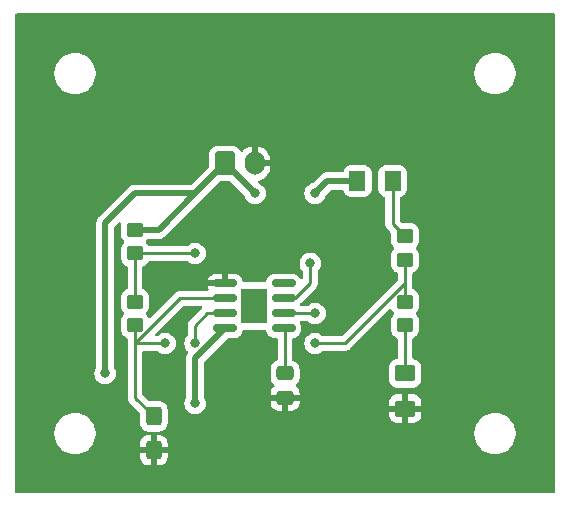
<source format=gbr>
%TF.GenerationSoftware,KiCad,Pcbnew,7.0.8*%
%TF.CreationDate,2023-10-10T13:31:09-07:00*%
%TF.ProjectId,Lab2_555Timer,4c616232-5f35-4353-9554-696d65722e6b,rev?*%
%TF.SameCoordinates,Original*%
%TF.FileFunction,Copper,L1,Top*%
%TF.FilePolarity,Positive*%
%FSLAX46Y46*%
G04 Gerber Fmt 4.6, Leading zero omitted, Abs format (unit mm)*
G04 Created by KiCad (PCBNEW 7.0.8) date 2023-10-10 13:31:09*
%MOMM*%
%LPD*%
G01*
G04 APERTURE LIST*
G04 Aperture macros list*
%AMRoundRect*
0 Rectangle with rounded corners*
0 $1 Rounding radius*
0 $2 $3 $4 $5 $6 $7 $8 $9 X,Y pos of 4 corners*
0 Add a 4 corners polygon primitive as box body*
4,1,4,$2,$3,$4,$5,$6,$7,$8,$9,$2,$3,0*
0 Add four circle primitives for the rounded corners*
1,1,$1+$1,$2,$3*
1,1,$1+$1,$4,$5*
1,1,$1+$1,$6,$7*
1,1,$1+$1,$8,$9*
0 Add four rect primitives between the rounded corners*
20,1,$1+$1,$2,$3,$4,$5,0*
20,1,$1+$1,$4,$5,$6,$7,0*
20,1,$1+$1,$6,$7,$8,$9,0*
20,1,$1+$1,$8,$9,$2,$3,0*%
G04 Aperture macros list end*
%TA.AperFunction,SMDPad,CuDef*%
%ADD10RoundRect,0.250001X0.624999X-0.462499X0.624999X0.462499X-0.624999X0.462499X-0.624999X-0.462499X0*%
%TD*%
%TA.AperFunction,SMDPad,CuDef*%
%ADD11RoundRect,0.250000X-0.475000X0.337500X-0.475000X-0.337500X0.475000X-0.337500X0.475000X0.337500X0*%
%TD*%
%TA.AperFunction,SMDPad,CuDef*%
%ADD12RoundRect,0.250000X-0.450000X0.350000X-0.450000X-0.350000X0.450000X-0.350000X0.450000X0.350000X0*%
%TD*%
%TA.AperFunction,SMDPad,CuDef*%
%ADD13RoundRect,0.250001X0.462499X0.624999X-0.462499X0.624999X-0.462499X-0.624999X0.462499X-0.624999X0*%
%TD*%
%TA.AperFunction,SMDPad,CuDef*%
%ADD14RoundRect,0.250000X-0.425000X0.537500X-0.425000X-0.537500X0.425000X-0.537500X0.425000X0.537500X0*%
%TD*%
%TA.AperFunction,SMDPad,CuDef*%
%ADD15RoundRect,0.150000X-0.825000X-0.150000X0.825000X-0.150000X0.825000X0.150000X-0.825000X0.150000X0*%
%TD*%
%TA.AperFunction,SMDPad,CuDef*%
%ADD16R,2.290000X3.000000*%
%TD*%
%TA.AperFunction,ComponentPad*%
%ADD17RoundRect,0.250000X-0.600000X-0.750000X0.600000X-0.750000X0.600000X0.750000X-0.600000X0.750000X0*%
%TD*%
%TA.AperFunction,ComponentPad*%
%ADD18O,1.700000X2.000000*%
%TD*%
%TA.AperFunction,ViaPad*%
%ADD19C,0.800000*%
%TD*%
%TA.AperFunction,Conductor*%
%ADD20C,0.250000*%
%TD*%
%TA.AperFunction,Conductor*%
%ADD21C,0.500000*%
%TD*%
G04 APERTURE END LIST*
D10*
%TO.P,D2,1,K*%
%TO.N,GND*%
X83820000Y-69015000D03*
%TO.P,D2,2,A*%
%TO.N,Net-(D2-A)*%
X83820000Y-66040000D03*
%TD*%
D11*
%TO.P,C2,1*%
%TO.N,Net-(U1-CV)*%
X73660000Y-66040000D03*
%TO.P,C2,2*%
%TO.N,GND*%
X73660000Y-68115000D03*
%TD*%
D12*
%TO.P,R4,1*%
%TO.N,/pin_3*%
X83820000Y-59960000D03*
%TO.P,R4,2*%
%TO.N,Net-(D2-A)*%
X83820000Y-61960000D03*
%TD*%
D13*
%TO.P,D1,1,K*%
%TO.N,Net-(D1-K)*%
X82767500Y-49747500D03*
%TO.P,D1,2,A*%
%TO.N,+9V*%
X79792500Y-49747500D03*
%TD*%
D12*
%TO.P,R3,1*%
%TO.N,Net-(D1-K)*%
X83820000Y-54410000D03*
%TO.P,R3,2*%
%TO.N,/pin_3*%
X83820000Y-56410000D03*
%TD*%
%TO.P,R2,1*%
%TO.N,/pin_7*%
X60960000Y-59960000D03*
%TO.P,R2,2*%
%TO.N,/pin_2*%
X60960000Y-61960000D03*
%TD*%
D14*
%TO.P,C1,1*%
%TO.N,/pin_2*%
X62534800Y-69667400D03*
%TO.P,C1,2*%
%TO.N,GND*%
X62534800Y-72542400D03*
%TD*%
D12*
%TO.P,R1,1*%
%TO.N,+9V*%
X60960000Y-53880000D03*
%TO.P,R1,2*%
%TO.N,/pin_7*%
X60960000Y-55880000D03*
%TD*%
D15*
%TO.P,U1,1,GND*%
%TO.N,GND*%
X68580000Y-58420000D03*
%TO.P,U1,2,TR*%
%TO.N,/pin_2*%
X68580000Y-59690000D03*
%TO.P,U1,3,Q*%
%TO.N,/pin_3*%
X68580000Y-60960000D03*
%TO.P,U1,4,R*%
%TO.N,+9V*%
X68580000Y-62230000D03*
%TO.P,U1,5,CV*%
%TO.N,Net-(U1-CV)*%
X73530000Y-62230000D03*
%TO.P,U1,6,THR*%
%TO.N,/pin_2*%
X73530000Y-60960000D03*
%TO.P,U1,7,DIS*%
%TO.N,/pin_7*%
X73530000Y-59690000D03*
%TO.P,U1,8,VCC*%
%TO.N,+9V*%
X73530000Y-58420000D03*
D16*
%TO.P,U1,9*%
%TO.N,N/C*%
X71055000Y-60325000D03*
%TD*%
D17*
%TO.P,J1,1,Pin_1*%
%TO.N,+9V*%
X68580000Y-48260000D03*
D18*
%TO.P,J1,2,Pin_2*%
%TO.N,GND*%
X71080000Y-48260000D03*
%TD*%
D19*
%TO.N,/pin_2*%
X63500000Y-63500000D03*
X76200000Y-60960000D03*
%TO.N,+9V*%
X66040000Y-68580000D03*
X58420000Y-66040000D03*
X71120000Y-50800000D03*
X76200000Y-50800000D03*
%TO.N,/pin_7*%
X66040000Y-55880000D03*
X75793600Y-56718200D03*
%TO.N,/pin_3*%
X66040000Y-63500000D03*
X76200000Y-63500000D03*
%TD*%
D20*
%TO.N,/pin_2*%
X60960000Y-63500000D02*
X60960000Y-68092600D01*
X64770000Y-59690000D02*
X68580000Y-59690000D01*
X60960000Y-68092600D02*
X62534800Y-69667400D01*
X60960000Y-63500000D02*
X63500000Y-63500000D01*
X73530000Y-60960000D02*
X76200000Y-60960000D01*
X60960000Y-63500000D02*
X64770000Y-59690000D01*
X60960000Y-61960000D02*
X60960000Y-63500000D01*
%TO.N,Net-(U1-CV)*%
X73660000Y-66040000D02*
X73660000Y-62360000D01*
X73660000Y-62360000D02*
X73530000Y-62230000D01*
%TO.N,Net-(D1-K)*%
X82767500Y-49747500D02*
X82767500Y-53357500D01*
X82767500Y-53357500D02*
X83820000Y-54410000D01*
D21*
%TO.N,+9V*%
X58420000Y-53340000D02*
X60960000Y-50800000D01*
X62960000Y-53880000D02*
X66040000Y-50800000D01*
X77252500Y-49747500D02*
X76200000Y-50800000D01*
X60960000Y-50800000D02*
X66040000Y-50800000D01*
X66040000Y-50800000D02*
X68580000Y-48260000D01*
X66040000Y-64770000D02*
X66040000Y-68580000D01*
X60960000Y-53880000D02*
X62960000Y-53880000D01*
X68580000Y-62230000D02*
X66040000Y-64770000D01*
X71120000Y-50800000D02*
X68580000Y-48260000D01*
X79792500Y-49747500D02*
X77252500Y-49747500D01*
X58420000Y-66040000D02*
X58420000Y-53340000D01*
D20*
%TO.N,Net-(D2-A)*%
X83820000Y-61960000D02*
X83820000Y-66040000D01*
%TO.N,/pin_7*%
X75793600Y-56718200D02*
X75793600Y-58401400D01*
X74505000Y-59690000D02*
X73530000Y-59690000D01*
X66040000Y-55880000D02*
X60960000Y-55880000D01*
X75793600Y-58401400D02*
X74505000Y-59690000D01*
X60960000Y-55880000D02*
X60960000Y-59960000D01*
%TO.N,/pin_3*%
X83820000Y-56410000D02*
X83820000Y-58420000D01*
X67081400Y-60960000D02*
X68580000Y-60960000D01*
X66040000Y-62001400D02*
X67081400Y-60960000D01*
X66040000Y-63500000D02*
X66040000Y-62001400D01*
X83820000Y-58420000D02*
X78740000Y-63500000D01*
X78740000Y-63500000D02*
X76200000Y-63500000D01*
X83820000Y-58420000D02*
X83820000Y-59960000D01*
%TD*%
%TA.AperFunction,Conductor*%
%TO.N,GND*%
G36*
X96462539Y-35580185D02*
G01*
X96508294Y-35632989D01*
X96519500Y-35684500D01*
X96519500Y-76075500D01*
X96499815Y-76142539D01*
X96447011Y-76188294D01*
X96395500Y-76199500D01*
X50924500Y-76199500D01*
X50857461Y-76179815D01*
X50811706Y-76127011D01*
X50800500Y-76075500D01*
X50800500Y-71251187D01*
X54129500Y-71251187D01*
X54149794Y-71385823D01*
X54168604Y-71510615D01*
X54168605Y-71510617D01*
X54168606Y-71510623D01*
X54245938Y-71761326D01*
X54359767Y-71997696D01*
X54359768Y-71997697D01*
X54359770Y-71997700D01*
X54359772Y-71997704D01*
X54507567Y-72214479D01*
X54686014Y-72406801D01*
X54686018Y-72406804D01*
X54686019Y-72406805D01*
X54891143Y-72570386D01*
X55118357Y-72701568D01*
X55362584Y-72797420D01*
X55618370Y-72855802D01*
X55618376Y-72855802D01*
X55618379Y-72855803D01*
X55814500Y-72870500D01*
X55814506Y-72870500D01*
X55945500Y-72870500D01*
X56141620Y-72855803D01*
X56141622Y-72855802D01*
X56141630Y-72855802D01*
X56397416Y-72797420D01*
X56410207Y-72792400D01*
X61359801Y-72792400D01*
X61359801Y-73129886D01*
X61370294Y-73232597D01*
X61425441Y-73399019D01*
X61425443Y-73399024D01*
X61517484Y-73548245D01*
X61641454Y-73672215D01*
X61790675Y-73764256D01*
X61790680Y-73764258D01*
X61957102Y-73819405D01*
X61957109Y-73819406D01*
X62059819Y-73829899D01*
X62284799Y-73829899D01*
X62284800Y-73829898D01*
X62284800Y-72792400D01*
X62784800Y-72792400D01*
X62784800Y-73829899D01*
X63009772Y-73829899D01*
X63009786Y-73829898D01*
X63112497Y-73819405D01*
X63278919Y-73764258D01*
X63278924Y-73764256D01*
X63428145Y-73672215D01*
X63552115Y-73548245D01*
X63644156Y-73399024D01*
X63644158Y-73399019D01*
X63699305Y-73232597D01*
X63699306Y-73232590D01*
X63709799Y-73129886D01*
X63709800Y-73129873D01*
X63709800Y-72792400D01*
X62784800Y-72792400D01*
X62284800Y-72792400D01*
X61359801Y-72792400D01*
X56410207Y-72792400D01*
X56641643Y-72701568D01*
X56868857Y-72570386D01*
X57073981Y-72406805D01*
X57180133Y-72292400D01*
X61359800Y-72292400D01*
X62284800Y-72292400D01*
X62284800Y-71254900D01*
X62784800Y-71254900D01*
X62784800Y-72292400D01*
X63709799Y-72292400D01*
X63709799Y-71954928D01*
X63709798Y-71954913D01*
X63699305Y-71852202D01*
X63644158Y-71685780D01*
X63644156Y-71685775D01*
X63552115Y-71536554D01*
X63428145Y-71412584D01*
X63278924Y-71320543D01*
X63278919Y-71320541D01*
X63112497Y-71265394D01*
X63112490Y-71265393D01*
X63009786Y-71254900D01*
X62784800Y-71254900D01*
X62284800Y-71254900D01*
X62059829Y-71254900D01*
X62059812Y-71254901D01*
X61957102Y-71265394D01*
X61790680Y-71320541D01*
X61790675Y-71320543D01*
X61641454Y-71412584D01*
X61517484Y-71536554D01*
X61425443Y-71685775D01*
X61425441Y-71685780D01*
X61370294Y-71852202D01*
X61370293Y-71852209D01*
X61359800Y-71954913D01*
X61359800Y-72292400D01*
X57180133Y-72292400D01*
X57252433Y-72214479D01*
X57400228Y-71997704D01*
X57514063Y-71761323D01*
X57591396Y-71510615D01*
X57630499Y-71251187D01*
X89689500Y-71251187D01*
X89709794Y-71385823D01*
X89728604Y-71510615D01*
X89728605Y-71510617D01*
X89728606Y-71510623D01*
X89805938Y-71761326D01*
X89919767Y-71997696D01*
X89919768Y-71997697D01*
X89919770Y-71997700D01*
X89919772Y-71997704D01*
X90067567Y-72214479D01*
X90246014Y-72406801D01*
X90246018Y-72406804D01*
X90246019Y-72406805D01*
X90451143Y-72570386D01*
X90678357Y-72701568D01*
X90922584Y-72797420D01*
X91178370Y-72855802D01*
X91178376Y-72855802D01*
X91178379Y-72855803D01*
X91374500Y-72870500D01*
X91374506Y-72870500D01*
X91505500Y-72870500D01*
X91701620Y-72855803D01*
X91701622Y-72855802D01*
X91701630Y-72855802D01*
X91957416Y-72797420D01*
X92201643Y-72701568D01*
X92428857Y-72570386D01*
X92633981Y-72406805D01*
X92812433Y-72214479D01*
X92960228Y-71997704D01*
X93074063Y-71761323D01*
X93151396Y-71510615D01*
X93190500Y-71251182D01*
X93190500Y-70988818D01*
X93151396Y-70729385D01*
X93074063Y-70478677D01*
X93015801Y-70357695D01*
X92960232Y-70242303D01*
X92960231Y-70242302D01*
X92960230Y-70242301D01*
X92960228Y-70242296D01*
X92812433Y-70025521D01*
X92738504Y-69945844D01*
X92633985Y-69833198D01*
X92588115Y-69796618D01*
X92428857Y-69669614D01*
X92201643Y-69538432D01*
X91957416Y-69442580D01*
X91957411Y-69442578D01*
X91957402Y-69442576D01*
X91739818Y-69392914D01*
X91701630Y-69384198D01*
X91701629Y-69384197D01*
X91701625Y-69384197D01*
X91701620Y-69384196D01*
X91505500Y-69369500D01*
X91505494Y-69369500D01*
X91374506Y-69369500D01*
X91374500Y-69369500D01*
X91178379Y-69384196D01*
X91178374Y-69384197D01*
X90922597Y-69442576D01*
X90922578Y-69442582D01*
X90678356Y-69538432D01*
X90451143Y-69669614D01*
X90246014Y-69833198D01*
X90067567Y-70025520D01*
X89919768Y-70242302D01*
X89919767Y-70242303D01*
X89805938Y-70478673D01*
X89728606Y-70729376D01*
X89728605Y-70729381D01*
X89728604Y-70729385D01*
X89718321Y-70797610D01*
X89689500Y-70988812D01*
X89689500Y-71251187D01*
X57630499Y-71251187D01*
X57630500Y-71251182D01*
X57630500Y-70988818D01*
X57591396Y-70729385D01*
X57514063Y-70478677D01*
X57455801Y-70357695D01*
X57400232Y-70242303D01*
X57400231Y-70242302D01*
X57400230Y-70242301D01*
X57400228Y-70242296D01*
X57252433Y-70025521D01*
X57178504Y-69945844D01*
X57073985Y-69833198D01*
X57028115Y-69796618D01*
X56868857Y-69669614D01*
X56641643Y-69538432D01*
X56397416Y-69442580D01*
X56397411Y-69442578D01*
X56397402Y-69442576D01*
X56179818Y-69392914D01*
X56141630Y-69384198D01*
X56141629Y-69384197D01*
X56141625Y-69384197D01*
X56141620Y-69384196D01*
X55945500Y-69369500D01*
X55945494Y-69369500D01*
X55814506Y-69369500D01*
X55814500Y-69369500D01*
X55618379Y-69384196D01*
X55618374Y-69384197D01*
X55362597Y-69442576D01*
X55362578Y-69442582D01*
X55118356Y-69538432D01*
X54891143Y-69669614D01*
X54686014Y-69833198D01*
X54507567Y-70025520D01*
X54359768Y-70242302D01*
X54359767Y-70242303D01*
X54245938Y-70478673D01*
X54168606Y-70729376D01*
X54168605Y-70729381D01*
X54168604Y-70729385D01*
X54158321Y-70797610D01*
X54129500Y-70988812D01*
X54129500Y-71251187D01*
X50800500Y-71251187D01*
X50800500Y-66040000D01*
X57514540Y-66040000D01*
X57534326Y-66228256D01*
X57534327Y-66228259D01*
X57592818Y-66408277D01*
X57592821Y-66408284D01*
X57687467Y-66572216D01*
X57762272Y-66655295D01*
X57814129Y-66712888D01*
X57967265Y-66824148D01*
X57967270Y-66824151D01*
X58140192Y-66901142D01*
X58140197Y-66901144D01*
X58325354Y-66940500D01*
X58325355Y-66940500D01*
X58514644Y-66940500D01*
X58514646Y-66940500D01*
X58699803Y-66901144D01*
X58872730Y-66824151D01*
X59025871Y-66712888D01*
X59152533Y-66572216D01*
X59247179Y-66408284D01*
X59305674Y-66228256D01*
X59325460Y-66040000D01*
X59305674Y-65851744D01*
X59247179Y-65671716D01*
X59187113Y-65567677D01*
X59170500Y-65505677D01*
X59170500Y-53702229D01*
X59190185Y-53635190D01*
X59206819Y-53614548D01*
X59365243Y-53456124D01*
X59561959Y-53259407D01*
X59623280Y-53225924D01*
X59692971Y-53230908D01*
X59748905Y-53272779D01*
X59773322Y-53338244D01*
X59770890Y-53373049D01*
X59770001Y-53377199D01*
X59759500Y-53479983D01*
X59759500Y-54280001D01*
X59759501Y-54280019D01*
X59770000Y-54382796D01*
X59770001Y-54382799D01*
X59798310Y-54468229D01*
X59825186Y-54549334D01*
X59917287Y-54698655D01*
X59917289Y-54698657D01*
X60010951Y-54792319D01*
X60044436Y-54853642D01*
X60039452Y-54923334D01*
X60010951Y-54967681D01*
X59917289Y-55061342D01*
X59825187Y-55210663D01*
X59825185Y-55210668D01*
X59819224Y-55228657D01*
X59770001Y-55377203D01*
X59770001Y-55377204D01*
X59770000Y-55377204D01*
X59759500Y-55479983D01*
X59759500Y-56280001D01*
X59759501Y-56280019D01*
X59770000Y-56382796D01*
X59770001Y-56382799D01*
X59825185Y-56549331D01*
X59825187Y-56549336D01*
X59860069Y-56605888D01*
X59917288Y-56698656D01*
X60041344Y-56822712D01*
X60190666Y-56914814D01*
X60190668Y-56914815D01*
X60211110Y-56921588D01*
X60249502Y-56934310D01*
X60306947Y-56974081D01*
X60333772Y-57038596D01*
X60334500Y-57052016D01*
X60334500Y-58787983D01*
X60314815Y-58855022D01*
X60262011Y-58900777D01*
X60249510Y-58905686D01*
X60190666Y-58925186D01*
X60190663Y-58925187D01*
X60041342Y-59017289D01*
X59917289Y-59141342D01*
X59825187Y-59290663D01*
X59825186Y-59290666D01*
X59770001Y-59457203D01*
X59770001Y-59457204D01*
X59770000Y-59457204D01*
X59759500Y-59559983D01*
X59759500Y-60360001D01*
X59759501Y-60360019D01*
X59770000Y-60462796D01*
X59770001Y-60462799D01*
X59823005Y-60622752D01*
X59825186Y-60629334D01*
X59913022Y-60771740D01*
X59917289Y-60778657D01*
X60010951Y-60872319D01*
X60044436Y-60933642D01*
X60039452Y-61003334D01*
X60010951Y-61047681D01*
X59917289Y-61141342D01*
X59825187Y-61290663D01*
X59825185Y-61290668D01*
X59811910Y-61330731D01*
X59770001Y-61457203D01*
X59770001Y-61457204D01*
X59770000Y-61457204D01*
X59759500Y-61559983D01*
X59759500Y-62360001D01*
X59759501Y-62360019D01*
X59770000Y-62462796D01*
X59770001Y-62462799D01*
X59825185Y-62629331D01*
X59825187Y-62629336D01*
X59849835Y-62669297D01*
X59917288Y-62778656D01*
X60041344Y-62902712D01*
X60169478Y-62981745D01*
X60190668Y-62994815D01*
X60211110Y-63001588D01*
X60249502Y-63014310D01*
X60306947Y-63054081D01*
X60333772Y-63118596D01*
X60334500Y-63132016D01*
X60334500Y-63429152D01*
X60332304Y-63452384D01*
X60330773Y-63460410D01*
X60330283Y-63468197D01*
X60330001Y-63468179D01*
X60329802Y-63472396D01*
X60330085Y-63472405D01*
X60329840Y-63480196D01*
X60334225Y-63526582D01*
X60334500Y-63532421D01*
X60334500Y-68009855D01*
X60332775Y-68025472D01*
X60333061Y-68025499D01*
X60332326Y-68033265D01*
X60334500Y-68102414D01*
X60334500Y-68131943D01*
X60334501Y-68131960D01*
X60335368Y-68138831D01*
X60335826Y-68144650D01*
X60337290Y-68191224D01*
X60337291Y-68191227D01*
X60342880Y-68210467D01*
X60346824Y-68229511D01*
X60349336Y-68249391D01*
X60366490Y-68292719D01*
X60368382Y-68298247D01*
X60381381Y-68342988D01*
X60391580Y-68360234D01*
X60400138Y-68377703D01*
X60407514Y-68396332D01*
X60434898Y-68434023D01*
X60438106Y-68438907D01*
X60461827Y-68479016D01*
X60461833Y-68479024D01*
X60475990Y-68493180D01*
X60488628Y-68507976D01*
X60500405Y-68524186D01*
X60500406Y-68524187D01*
X60536309Y-68553888D01*
X60540620Y-68557810D01*
X60959910Y-68977100D01*
X61322981Y-69340171D01*
X61356466Y-69401494D01*
X61359300Y-69427852D01*
X61359300Y-70254901D01*
X61359301Y-70254919D01*
X61369800Y-70357696D01*
X61369801Y-70357699D01*
X61409890Y-70478677D01*
X61424986Y-70524234D01*
X61517088Y-70673556D01*
X61641144Y-70797612D01*
X61790466Y-70889714D01*
X61957003Y-70944899D01*
X62059791Y-70955400D01*
X63009808Y-70955399D01*
X63009816Y-70955398D01*
X63009819Y-70955398D01*
X63066102Y-70949648D01*
X63112597Y-70944899D01*
X63279134Y-70889714D01*
X63428456Y-70797612D01*
X63552512Y-70673556D01*
X63644614Y-70524234D01*
X63699799Y-70357697D01*
X63710300Y-70254909D01*
X63710299Y-69079892D01*
X63699799Y-68977103D01*
X63644614Y-68810566D01*
X63552512Y-68661244D01*
X63428456Y-68537188D01*
X63279134Y-68445086D01*
X63112597Y-68389901D01*
X63112595Y-68389900D01*
X63009816Y-68379400D01*
X63009809Y-68379400D01*
X62182753Y-68379400D01*
X62115714Y-68359715D01*
X62095072Y-68343081D01*
X61621819Y-67869828D01*
X61588334Y-67808505D01*
X61585500Y-67782147D01*
X61585500Y-64249500D01*
X61605185Y-64182461D01*
X61657989Y-64136706D01*
X61709500Y-64125500D01*
X62796252Y-64125500D01*
X62863291Y-64145185D01*
X62888400Y-64166526D01*
X62894126Y-64172885D01*
X62894130Y-64172889D01*
X63047265Y-64284148D01*
X63047270Y-64284151D01*
X63220192Y-64361142D01*
X63220197Y-64361144D01*
X63405354Y-64400500D01*
X63405355Y-64400500D01*
X63594644Y-64400500D01*
X63594646Y-64400500D01*
X63779803Y-64361144D01*
X63952730Y-64284151D01*
X64105871Y-64172888D01*
X64232533Y-64032216D01*
X64327179Y-63868284D01*
X64385674Y-63688256D01*
X64405460Y-63500000D01*
X64385674Y-63311744D01*
X64331112Y-63143823D01*
X64327181Y-63131722D01*
X64327180Y-63131721D01*
X64327179Y-63131716D01*
X64232533Y-62967784D01*
X64105871Y-62827112D01*
X64105870Y-62827111D01*
X63952734Y-62715851D01*
X63952729Y-62715848D01*
X63779807Y-62638857D01*
X63779802Y-62638855D01*
X63620338Y-62604961D01*
X63594646Y-62599500D01*
X63405354Y-62599500D01*
X63379662Y-62604961D01*
X63220197Y-62638855D01*
X63220192Y-62638857D01*
X63047270Y-62715848D01*
X63047265Y-62715851D01*
X62894130Y-62827110D01*
X62894126Y-62827114D01*
X62888400Y-62833474D01*
X62828913Y-62870121D01*
X62796252Y-62874500D01*
X62769452Y-62874500D01*
X62702413Y-62854815D01*
X62656658Y-62802011D01*
X62646714Y-62732853D01*
X62675739Y-62669297D01*
X62681771Y-62662819D01*
X64992771Y-60351819D01*
X65054094Y-60318334D01*
X65080452Y-60315500D01*
X66539267Y-60315500D01*
X66606306Y-60335185D01*
X66652061Y-60387989D01*
X66662005Y-60457147D01*
X66634807Y-60518544D01*
X66620108Y-60536311D01*
X66616177Y-60540632D01*
X65656208Y-61500599D01*
X65643951Y-61510420D01*
X65644134Y-61510641D01*
X65638123Y-61515613D01*
X65590772Y-61566036D01*
X65569889Y-61586919D01*
X65569877Y-61586932D01*
X65565621Y-61592417D01*
X65561837Y-61596847D01*
X65529937Y-61630818D01*
X65529936Y-61630820D01*
X65520284Y-61648376D01*
X65509610Y-61664626D01*
X65497329Y-61680461D01*
X65497324Y-61680468D01*
X65478815Y-61723238D01*
X65476245Y-61728484D01*
X65453803Y-61769306D01*
X65448822Y-61788707D01*
X65442521Y-61807110D01*
X65434562Y-61825502D01*
X65434561Y-61825505D01*
X65427271Y-61871527D01*
X65426087Y-61877246D01*
X65414501Y-61922372D01*
X65414500Y-61922382D01*
X65414500Y-61942416D01*
X65412973Y-61961815D01*
X65409840Y-61981594D01*
X65409840Y-61981595D01*
X65414225Y-62027983D01*
X65414500Y-62033821D01*
X65414500Y-62801312D01*
X65394815Y-62868351D01*
X65382650Y-62884284D01*
X65307466Y-62967784D01*
X65212821Y-63131715D01*
X65212818Y-63131722D01*
X65154327Y-63311740D01*
X65154326Y-63311744D01*
X65134540Y-63500000D01*
X65154326Y-63688256D01*
X65154327Y-63688259D01*
X65212818Y-63868277D01*
X65212821Y-63868284D01*
X65307467Y-64032216D01*
X65390265Y-64124172D01*
X65427843Y-64165907D01*
X65458073Y-64228898D01*
X65449448Y-64298234D01*
X65430684Y-64328582D01*
X65408698Y-64354785D01*
X65404729Y-64360819D01*
X65404682Y-64360788D01*
X65400630Y-64367147D01*
X65400679Y-64367177D01*
X65396889Y-64373321D01*
X65364424Y-64442941D01*
X65329960Y-64511566D01*
X65327488Y-64518357D01*
X65327432Y-64518336D01*
X65324960Y-64525450D01*
X65325015Y-64525469D01*
X65322742Y-64532327D01*
X65314975Y-64569946D01*
X65307207Y-64607565D01*
X65294001Y-64663284D01*
X65289498Y-64682286D01*
X65288661Y-64689454D01*
X65288601Y-64689447D01*
X65287835Y-64696945D01*
X65287895Y-64696951D01*
X65287265Y-64704140D01*
X65289500Y-64780916D01*
X65289500Y-68045677D01*
X65272887Y-68107677D01*
X65212821Y-68211714D01*
X65158888Y-68377703D01*
X65154326Y-68391744D01*
X65134540Y-68580000D01*
X65154326Y-68768256D01*
X65154327Y-68768259D01*
X65212818Y-68948277D01*
X65212821Y-68948284D01*
X65307467Y-69112216D01*
X65434129Y-69252888D01*
X65587265Y-69364148D01*
X65587270Y-69364151D01*
X65760192Y-69441142D01*
X65760197Y-69441144D01*
X65945354Y-69480500D01*
X65945355Y-69480500D01*
X66134644Y-69480500D01*
X66134646Y-69480500D01*
X66319803Y-69441144D01*
X66492730Y-69364151D01*
X66629200Y-69265000D01*
X82445000Y-69265000D01*
X82445000Y-69527485D01*
X82455493Y-69630189D01*
X82455494Y-69630196D01*
X82510641Y-69796618D01*
X82510643Y-69796623D01*
X82602684Y-69945844D01*
X82726655Y-70069815D01*
X82875876Y-70161856D01*
X82875881Y-70161858D01*
X83042303Y-70217005D01*
X83042310Y-70217006D01*
X83145014Y-70227499D01*
X83145027Y-70227500D01*
X83570000Y-70227500D01*
X83570000Y-69265000D01*
X84070000Y-69265000D01*
X84070000Y-70227500D01*
X84494973Y-70227500D01*
X84494985Y-70227499D01*
X84597689Y-70217006D01*
X84597696Y-70217005D01*
X84764118Y-70161858D01*
X84764123Y-70161856D01*
X84913344Y-70069815D01*
X85037315Y-69945844D01*
X85129356Y-69796623D01*
X85129358Y-69796618D01*
X85184505Y-69630196D01*
X85184506Y-69630189D01*
X85194999Y-69527485D01*
X85195000Y-69527472D01*
X85195000Y-69265000D01*
X84070000Y-69265000D01*
X83570000Y-69265000D01*
X82445000Y-69265000D01*
X66629200Y-69265000D01*
X66645871Y-69252888D01*
X66772533Y-69112216D01*
X66867179Y-68948284D01*
X66925674Y-68768256D01*
X66945460Y-68580000D01*
X66925674Y-68391744D01*
X66916984Y-68365000D01*
X72435001Y-68365000D01*
X72435001Y-68502486D01*
X72445494Y-68605197D01*
X72500641Y-68771619D01*
X72500643Y-68771624D01*
X72592684Y-68920845D01*
X72716654Y-69044815D01*
X72865875Y-69136856D01*
X72865880Y-69136858D01*
X73032302Y-69192005D01*
X73032309Y-69192006D01*
X73135019Y-69202499D01*
X73409999Y-69202499D01*
X73410000Y-69202498D01*
X73410000Y-68365000D01*
X73910000Y-68365000D01*
X73910000Y-69202499D01*
X74184972Y-69202499D01*
X74184986Y-69202498D01*
X74287697Y-69192005D01*
X74454119Y-69136858D01*
X74454124Y-69136856D01*
X74603345Y-69044815D01*
X74727315Y-68920845D01*
X74819356Y-68771624D01*
X74819358Y-68771619D01*
X74821551Y-68765000D01*
X82445000Y-68765000D01*
X83570000Y-68765000D01*
X83570000Y-67802500D01*
X84070000Y-67802500D01*
X84070000Y-68765000D01*
X85195000Y-68765000D01*
X85195000Y-68502527D01*
X85194999Y-68502514D01*
X85184506Y-68399810D01*
X85184505Y-68399803D01*
X85129358Y-68233381D01*
X85129356Y-68233376D01*
X85037315Y-68084155D01*
X84913344Y-67960184D01*
X84764123Y-67868143D01*
X84764118Y-67868141D01*
X84597696Y-67812994D01*
X84597689Y-67812993D01*
X84494985Y-67802500D01*
X84070000Y-67802500D01*
X83570000Y-67802500D01*
X83145014Y-67802500D01*
X83042310Y-67812993D01*
X83042303Y-67812994D01*
X82875881Y-67868141D01*
X82875876Y-67868143D01*
X82726655Y-67960184D01*
X82602684Y-68084155D01*
X82510643Y-68233376D01*
X82510641Y-68233381D01*
X82455494Y-68399803D01*
X82455493Y-68399810D01*
X82445000Y-68502514D01*
X82445000Y-68765000D01*
X74821551Y-68765000D01*
X74874505Y-68605197D01*
X74874506Y-68605190D01*
X74884999Y-68502486D01*
X74885000Y-68502473D01*
X74885000Y-68365000D01*
X73910000Y-68365000D01*
X73410000Y-68365000D01*
X72435001Y-68365000D01*
X66916984Y-68365000D01*
X66867179Y-68211716D01*
X66826773Y-68141730D01*
X66807113Y-68107677D01*
X66790500Y-68045677D01*
X66790500Y-65132229D01*
X66810185Y-65065190D01*
X66826819Y-65044548D01*
X68804548Y-63066819D01*
X68865871Y-63033334D01*
X68892229Y-63030500D01*
X69470696Y-63030500D01*
X69489131Y-63029049D01*
X69507569Y-63027598D01*
X69507571Y-63027597D01*
X69507573Y-63027597D01*
X69553310Y-63014309D01*
X69665398Y-62981744D01*
X69806865Y-62898081D01*
X69923081Y-62781865D01*
X70006744Y-62640398D01*
X70052598Y-62482569D01*
X70055500Y-62445694D01*
X70055541Y-62444643D01*
X70077836Y-62378426D01*
X70132391Y-62334774D01*
X70179446Y-62325499D01*
X71930554Y-62325499D01*
X71997593Y-62345184D01*
X72043348Y-62397988D01*
X72054459Y-62444643D01*
X72054500Y-62445700D01*
X72057401Y-62482566D01*
X72057402Y-62482573D01*
X72103254Y-62640393D01*
X72103255Y-62640396D01*
X72186917Y-62781862D01*
X72186923Y-62781870D01*
X72303129Y-62898076D01*
X72303133Y-62898079D01*
X72303135Y-62898081D01*
X72444602Y-62981744D01*
X72486224Y-62993836D01*
X72602426Y-63027597D01*
X72602429Y-63027597D01*
X72602431Y-63027598D01*
X72614722Y-63028565D01*
X72639304Y-63030500D01*
X72639306Y-63030500D01*
X72910500Y-63030500D01*
X72977539Y-63050185D01*
X73023294Y-63102989D01*
X73034500Y-63154500D01*
X73034500Y-64872199D01*
X73014815Y-64939238D01*
X72962011Y-64984993D01*
X72949507Y-64989903D01*
X72916962Y-65000688D01*
X72865668Y-65017685D01*
X72865663Y-65017687D01*
X72716342Y-65109789D01*
X72592289Y-65233842D01*
X72500187Y-65383163D01*
X72500185Y-65383168D01*
X72472349Y-65467170D01*
X72445001Y-65549703D01*
X72445001Y-65549704D01*
X72445000Y-65549704D01*
X72434500Y-65652483D01*
X72434500Y-66427501D01*
X72434501Y-66427519D01*
X72445000Y-66530296D01*
X72445001Y-66530299D01*
X72486422Y-66655297D01*
X72500186Y-66696834D01*
X72592288Y-66846156D01*
X72716344Y-66970212D01*
X72717873Y-66971155D01*
X72719653Y-66972253D01*
X72721445Y-66974246D01*
X72722011Y-66974693D01*
X72721934Y-66974789D01*
X72766379Y-67024199D01*
X72777603Y-67093161D01*
X72749761Y-67157244D01*
X72719665Y-67183326D01*
X72716660Y-67185179D01*
X72716655Y-67185183D01*
X72592684Y-67309154D01*
X72500643Y-67458375D01*
X72500641Y-67458380D01*
X72445494Y-67624802D01*
X72445493Y-67624809D01*
X72435000Y-67727513D01*
X72435000Y-67865000D01*
X74884999Y-67865000D01*
X74884999Y-67727528D01*
X74884998Y-67727513D01*
X74874505Y-67624802D01*
X74819358Y-67458380D01*
X74819356Y-67458375D01*
X74727315Y-67309154D01*
X74603344Y-67185183D01*
X74603341Y-67185181D01*
X74600339Y-67183329D01*
X74598713Y-67181521D01*
X74597677Y-67180702D01*
X74597817Y-67180524D01*
X74553617Y-67131380D01*
X74542397Y-67062417D01*
X74570243Y-66998336D01*
X74600344Y-66972254D01*
X74603656Y-66970212D01*
X74727712Y-66846156D01*
X74819814Y-66696834D01*
X74874999Y-66530297D01*
X74885500Y-66427509D01*
X74885499Y-65652492D01*
X74874999Y-65549703D01*
X74819814Y-65383166D01*
X74727712Y-65233844D01*
X74603656Y-65109788D01*
X74510888Y-65052569D01*
X74454336Y-65017687D01*
X74454331Y-65017685D01*
X74452082Y-65016939D01*
X74370495Y-64989904D01*
X74313051Y-64950132D01*
X74286228Y-64885616D01*
X74285500Y-64872199D01*
X74285500Y-63500000D01*
X75294540Y-63500000D01*
X75314326Y-63688256D01*
X75314327Y-63688259D01*
X75372818Y-63868277D01*
X75372821Y-63868284D01*
X75467467Y-64032216D01*
X75569185Y-64145185D01*
X75594129Y-64172888D01*
X75747265Y-64284148D01*
X75747270Y-64284151D01*
X75920192Y-64361142D01*
X75920197Y-64361144D01*
X76105354Y-64400500D01*
X76105355Y-64400500D01*
X76294644Y-64400500D01*
X76294646Y-64400500D01*
X76479803Y-64361144D01*
X76652730Y-64284151D01*
X76805871Y-64172888D01*
X76808788Y-64169647D01*
X76811600Y-64166526D01*
X76871087Y-64129879D01*
X76903748Y-64125500D01*
X78657257Y-64125500D01*
X78672877Y-64127224D01*
X78672904Y-64126939D01*
X78680660Y-64127671D01*
X78680667Y-64127673D01*
X78749814Y-64125500D01*
X78779350Y-64125500D01*
X78786228Y-64124630D01*
X78792041Y-64124172D01*
X78838627Y-64122709D01*
X78857869Y-64117117D01*
X78876912Y-64113174D01*
X78896792Y-64110664D01*
X78940122Y-64093507D01*
X78945646Y-64091617D01*
X78949396Y-64090527D01*
X78990390Y-64078618D01*
X79007629Y-64068422D01*
X79025103Y-64059862D01*
X79043727Y-64052488D01*
X79043727Y-64052487D01*
X79043732Y-64052486D01*
X79081449Y-64025082D01*
X79086305Y-64021892D01*
X79126420Y-63998170D01*
X79140589Y-63983999D01*
X79155379Y-63971368D01*
X79171587Y-63959594D01*
X79201299Y-63923676D01*
X79205212Y-63919376D01*
X82501838Y-60622750D01*
X82563159Y-60589267D01*
X82632851Y-60594251D01*
X82688784Y-60636123D01*
X82695056Y-60645336D01*
X82773022Y-60771740D01*
X82777289Y-60778657D01*
X82870951Y-60872319D01*
X82904436Y-60933642D01*
X82899452Y-61003334D01*
X82870951Y-61047681D01*
X82777289Y-61141342D01*
X82685187Y-61290663D01*
X82685185Y-61290668D01*
X82671910Y-61330731D01*
X82630001Y-61457203D01*
X82630001Y-61457204D01*
X82630000Y-61457204D01*
X82619500Y-61559983D01*
X82619500Y-62360001D01*
X82619501Y-62360019D01*
X82630000Y-62462796D01*
X82630001Y-62462799D01*
X82685185Y-62629331D01*
X82685187Y-62629336D01*
X82709835Y-62669297D01*
X82777288Y-62778656D01*
X82901344Y-62902712D01*
X83029478Y-62981745D01*
X83050668Y-62994815D01*
X83071110Y-63001588D01*
X83109502Y-63014310D01*
X83166947Y-63054081D01*
X83193772Y-63118596D01*
X83194500Y-63132016D01*
X83194500Y-64709964D01*
X83174815Y-64777003D01*
X83122011Y-64822758D01*
X83083104Y-64833322D01*
X83042204Y-64837500D01*
X83042203Y-64837501D01*
X82875664Y-64892686D01*
X82875662Y-64892687D01*
X82726348Y-64984786D01*
X82726344Y-64984789D01*
X82602289Y-65108844D01*
X82602286Y-65108848D01*
X82510187Y-65258162D01*
X82510186Y-65258164D01*
X82455001Y-65424703D01*
X82455000Y-65424704D01*
X82444500Y-65527484D01*
X82444500Y-66552515D01*
X82455000Y-66655295D01*
X82455001Y-66655296D01*
X82510186Y-66821835D01*
X82510187Y-66821837D01*
X82602286Y-66971151D01*
X82602289Y-66971155D01*
X82726344Y-67095210D01*
X82726348Y-67095213D01*
X82875662Y-67187312D01*
X82875664Y-67187313D01*
X82875666Y-67187314D01*
X83042203Y-67242499D01*
X83144992Y-67253000D01*
X83144997Y-67253000D01*
X84495003Y-67253000D01*
X84495008Y-67253000D01*
X84597797Y-67242499D01*
X84764334Y-67187314D01*
X84913655Y-67095211D01*
X85037711Y-66971155D01*
X85129814Y-66821834D01*
X85184999Y-66655297D01*
X85195500Y-66552508D01*
X85195500Y-65527492D01*
X85184999Y-65424703D01*
X85129814Y-65258166D01*
X85037711Y-65108845D01*
X84913655Y-64984789D01*
X84913651Y-64984786D01*
X84764337Y-64892687D01*
X84764335Y-64892686D01*
X84681065Y-64865093D01*
X84597797Y-64837501D01*
X84597795Y-64837500D01*
X84556896Y-64833322D01*
X84492205Y-64806925D01*
X84452054Y-64749744D01*
X84445500Y-64709964D01*
X84445500Y-63132016D01*
X84465185Y-63064977D01*
X84517989Y-63019222D01*
X84530488Y-63014313D01*
X84589334Y-62994814D01*
X84738656Y-62902712D01*
X84862712Y-62778656D01*
X84954814Y-62629334D01*
X85009999Y-62462797D01*
X85020500Y-62360009D01*
X85020499Y-61559992D01*
X85009999Y-61457203D01*
X84954814Y-61290666D01*
X84862712Y-61141344D01*
X84769049Y-61047681D01*
X84735564Y-60986358D01*
X84740548Y-60916666D01*
X84769049Y-60872319D01*
X84862712Y-60778656D01*
X84954814Y-60629334D01*
X85009999Y-60462797D01*
X85020500Y-60360009D01*
X85020499Y-59559992D01*
X85009999Y-59457203D01*
X84954814Y-59290666D01*
X84862712Y-59141344D01*
X84738656Y-59017288D01*
X84589334Y-58925186D01*
X84530493Y-58905688D01*
X84473051Y-58865916D01*
X84446228Y-58801400D01*
X84445500Y-58787983D01*
X84445500Y-58478983D01*
X84447027Y-58459582D01*
X84450160Y-58439804D01*
X84445775Y-58393415D01*
X84445500Y-58387577D01*
X84445500Y-57582016D01*
X84465185Y-57514977D01*
X84517989Y-57469222D01*
X84530488Y-57464313D01*
X84589334Y-57444814D01*
X84738656Y-57352712D01*
X84862712Y-57228656D01*
X84954814Y-57079334D01*
X85009999Y-56912797D01*
X85020500Y-56810009D01*
X85020499Y-56009992D01*
X85009999Y-55907203D01*
X84954814Y-55740666D01*
X84862712Y-55591344D01*
X84769049Y-55497681D01*
X84735564Y-55436358D01*
X84740548Y-55366666D01*
X84769049Y-55322319D01*
X84862712Y-55228656D01*
X84954814Y-55079334D01*
X85009999Y-54912797D01*
X85020500Y-54810009D01*
X85020499Y-54009992D01*
X85009999Y-53907203D01*
X84954814Y-53740666D01*
X84862712Y-53591344D01*
X84738656Y-53467288D01*
X84635613Y-53403731D01*
X84589336Y-53375187D01*
X84589331Y-53375185D01*
X84565578Y-53367314D01*
X84422797Y-53320001D01*
X84422795Y-53320000D01*
X84320016Y-53309500D01*
X84320009Y-53309500D01*
X83655453Y-53309500D01*
X83588414Y-53289815D01*
X83567772Y-53273181D01*
X83429319Y-53134728D01*
X83395834Y-53073405D01*
X83393000Y-53047047D01*
X83393000Y-51198658D01*
X83412685Y-51131619D01*
X83465489Y-51085864D01*
X83477984Y-51080956D01*
X83549334Y-51057314D01*
X83698655Y-50965211D01*
X83822711Y-50841155D01*
X83914814Y-50691834D01*
X83969999Y-50525297D01*
X83980500Y-50422508D01*
X83980500Y-49072492D01*
X83969999Y-48969703D01*
X83914814Y-48803166D01*
X83822711Y-48653845D01*
X83698655Y-48529789D01*
X83698651Y-48529786D01*
X83549337Y-48437687D01*
X83549335Y-48437686D01*
X83466065Y-48410093D01*
X83382797Y-48382501D01*
X83382795Y-48382500D01*
X83280015Y-48372000D01*
X83280008Y-48372000D01*
X82254992Y-48372000D01*
X82254984Y-48372000D01*
X82152204Y-48382500D01*
X82152203Y-48382501D01*
X81985664Y-48437686D01*
X81985662Y-48437687D01*
X81836348Y-48529786D01*
X81836344Y-48529789D01*
X81712289Y-48653844D01*
X81712286Y-48653848D01*
X81620187Y-48803162D01*
X81620186Y-48803164D01*
X81565001Y-48969703D01*
X81565000Y-48969704D01*
X81554500Y-49072484D01*
X81554500Y-50422515D01*
X81565000Y-50525295D01*
X81565001Y-50525296D01*
X81620186Y-50691835D01*
X81620187Y-50691837D01*
X81712286Y-50841151D01*
X81712289Y-50841155D01*
X81836344Y-50965210D01*
X81836348Y-50965213D01*
X81985657Y-51057309D01*
X81985660Y-51057310D01*
X81985666Y-51057314D01*
X82057005Y-51080953D01*
X82114448Y-51120724D01*
X82141272Y-51185240D01*
X82142000Y-51198658D01*
X82142000Y-53274755D01*
X82140275Y-53290372D01*
X82140561Y-53290399D01*
X82139826Y-53298165D01*
X82142000Y-53367314D01*
X82142000Y-53396843D01*
X82142001Y-53396860D01*
X82142868Y-53403731D01*
X82143326Y-53409550D01*
X82144790Y-53456124D01*
X82144791Y-53456127D01*
X82150380Y-53475367D01*
X82154324Y-53494411D01*
X82156836Y-53514291D01*
X82173990Y-53557619D01*
X82175882Y-53563147D01*
X82184074Y-53591344D01*
X82188882Y-53607890D01*
X82192819Y-53614548D01*
X82199080Y-53625134D01*
X82207638Y-53642603D01*
X82215014Y-53661232D01*
X82242398Y-53698923D01*
X82245606Y-53703807D01*
X82269327Y-53743916D01*
X82269333Y-53743924D01*
X82283490Y-53758080D01*
X82296128Y-53772876D01*
X82307905Y-53789086D01*
X82307906Y-53789087D01*
X82343809Y-53818788D01*
X82348120Y-53822710D01*
X82535390Y-54009980D01*
X82583181Y-54057771D01*
X82616666Y-54119094D01*
X82619500Y-54145452D01*
X82619500Y-54810001D01*
X82619501Y-54810019D01*
X82630000Y-54912796D01*
X82630001Y-54912799D01*
X82665146Y-55018857D01*
X82685186Y-55079334D01*
X82763998Y-55207110D01*
X82777289Y-55228657D01*
X82870951Y-55322319D01*
X82904436Y-55383642D01*
X82899452Y-55453334D01*
X82870951Y-55497681D01*
X82777289Y-55591342D01*
X82685187Y-55740663D01*
X82685186Y-55740666D01*
X82630001Y-55907203D01*
X82630001Y-55907204D01*
X82630000Y-55907204D01*
X82619500Y-56009983D01*
X82619500Y-56810001D01*
X82619501Y-56810019D01*
X82630000Y-56912796D01*
X82630001Y-56912799D01*
X82653919Y-56984977D01*
X82685186Y-57079334D01*
X82777288Y-57228656D01*
X82901344Y-57352712D01*
X83005389Y-57416887D01*
X83050668Y-57444815D01*
X83071110Y-57451588D01*
X83109502Y-57464310D01*
X83166947Y-57504081D01*
X83193772Y-57568596D01*
X83194500Y-57582016D01*
X83194500Y-58109547D01*
X83174815Y-58176586D01*
X83158181Y-58197228D01*
X78517228Y-62838181D01*
X78455905Y-62871666D01*
X78429547Y-62874500D01*
X76903748Y-62874500D01*
X76836709Y-62854815D01*
X76811600Y-62833474D01*
X76805873Y-62827114D01*
X76805869Y-62827110D01*
X76652734Y-62715851D01*
X76652729Y-62715848D01*
X76479807Y-62638857D01*
X76479802Y-62638855D01*
X76320338Y-62604961D01*
X76294646Y-62599500D01*
X76105354Y-62599500D01*
X76079662Y-62604961D01*
X75920197Y-62638855D01*
X75920192Y-62638857D01*
X75747270Y-62715848D01*
X75747265Y-62715851D01*
X75594129Y-62827111D01*
X75467466Y-62967785D01*
X75372821Y-63131715D01*
X75372818Y-63131722D01*
X75314327Y-63311740D01*
X75314326Y-63311744D01*
X75294540Y-63500000D01*
X74285500Y-63500000D01*
X74285500Y-63154500D01*
X74305185Y-63087461D01*
X74357989Y-63041706D01*
X74409500Y-63030500D01*
X74420696Y-63030500D01*
X74439131Y-63029049D01*
X74457569Y-63027598D01*
X74457571Y-63027597D01*
X74457573Y-63027597D01*
X74503310Y-63014309D01*
X74615398Y-62981744D01*
X74756865Y-62898081D01*
X74873081Y-62781865D01*
X74956744Y-62640398D01*
X75002598Y-62482569D01*
X75005500Y-62445694D01*
X75005500Y-62014306D01*
X75002598Y-61977431D01*
X74986604Y-61922381D01*
X74956745Y-61819606D01*
X74956745Y-61819605D01*
X74956744Y-61819604D01*
X74956744Y-61819602D01*
X74928958Y-61772619D01*
X74911778Y-61704896D01*
X74933938Y-61638634D01*
X74988404Y-61594871D01*
X75035692Y-61585500D01*
X75496252Y-61585500D01*
X75563291Y-61605185D01*
X75588400Y-61626526D01*
X75594126Y-61632885D01*
X75594130Y-61632889D01*
X75747265Y-61744148D01*
X75747270Y-61744151D01*
X75920192Y-61821142D01*
X75920197Y-61821144D01*
X76105354Y-61860500D01*
X76105355Y-61860500D01*
X76294644Y-61860500D01*
X76294646Y-61860500D01*
X76479803Y-61821144D01*
X76652730Y-61744151D01*
X76805871Y-61632888D01*
X76932533Y-61492216D01*
X77027179Y-61328284D01*
X77085674Y-61148256D01*
X77105460Y-60960000D01*
X77085674Y-60771744D01*
X77027179Y-60591716D01*
X76932533Y-60427784D01*
X76805871Y-60287112D01*
X76805870Y-60287111D01*
X76652734Y-60175851D01*
X76652729Y-60175848D01*
X76479807Y-60098857D01*
X76479802Y-60098855D01*
X76334001Y-60067865D01*
X76294646Y-60059500D01*
X76105354Y-60059500D01*
X76072897Y-60066398D01*
X75920197Y-60098855D01*
X75920192Y-60098857D01*
X75747270Y-60175848D01*
X75747265Y-60175851D01*
X75594130Y-60287110D01*
X75594126Y-60287114D01*
X75588400Y-60293474D01*
X75528913Y-60330121D01*
X75496252Y-60334500D01*
X75047133Y-60334500D01*
X74980094Y-60314815D01*
X74934339Y-60262011D01*
X74924395Y-60192853D01*
X74951583Y-60131467D01*
X74955733Y-60126449D01*
X74966302Y-60113673D01*
X74970211Y-60109377D01*
X76177386Y-58902202D01*
X76189648Y-58892380D01*
X76189465Y-58892159D01*
X76195467Y-58887192D01*
X76195477Y-58887186D01*
X76242841Y-58836748D01*
X76263720Y-58815870D01*
X76267973Y-58810386D01*
X76271750Y-58805963D01*
X76303662Y-58771982D01*
X76313314Y-58754423D01*
X76323989Y-58738172D01*
X76336274Y-58722336D01*
X76354786Y-58679552D01*
X76357342Y-58674335D01*
X76379797Y-58633492D01*
X76384780Y-58614080D01*
X76391077Y-58595691D01*
X76399038Y-58577295D01*
X76406329Y-58531253D01*
X76407508Y-58525562D01*
X76419100Y-58480419D01*
X76419100Y-58460383D01*
X76420627Y-58440982D01*
X76420814Y-58439804D01*
X76423760Y-58421204D01*
X76419375Y-58374815D01*
X76419100Y-58368977D01*
X76419100Y-57416887D01*
X76438785Y-57349848D01*
X76450950Y-57333915D01*
X76469491Y-57313322D01*
X76526133Y-57250416D01*
X76620779Y-57086484D01*
X76679274Y-56906456D01*
X76699060Y-56718200D01*
X76679274Y-56529944D01*
X76620779Y-56349916D01*
X76526133Y-56185984D01*
X76399471Y-56045312D01*
X76399470Y-56045311D01*
X76246334Y-55934051D01*
X76246329Y-55934048D01*
X76073407Y-55857057D01*
X76073402Y-55857055D01*
X75927601Y-55826065D01*
X75888246Y-55817700D01*
X75698954Y-55817700D01*
X75666497Y-55824598D01*
X75513797Y-55857055D01*
X75513792Y-55857057D01*
X75340870Y-55934048D01*
X75340865Y-55934051D01*
X75187729Y-56045311D01*
X75061066Y-56185985D01*
X74966421Y-56349915D01*
X74966418Y-56349922D01*
X74946178Y-56412216D01*
X74907926Y-56529944D01*
X74888140Y-56718200D01*
X74907926Y-56906456D01*
X74907927Y-56906459D01*
X74966418Y-57086477D01*
X74966421Y-57086484D01*
X75061067Y-57250416D01*
X75104372Y-57298510D01*
X75136250Y-57333915D01*
X75166480Y-57396906D01*
X75168100Y-57416887D01*
X75168100Y-57913718D01*
X75148415Y-57980757D01*
X75095611Y-58026512D01*
X75026453Y-58036456D01*
X74962897Y-58007431D01*
X74937368Y-57976839D01*
X74873081Y-57868135D01*
X74873079Y-57868133D01*
X74873076Y-57868129D01*
X74756870Y-57751923D01*
X74756862Y-57751917D01*
X74678681Y-57705681D01*
X74615398Y-57668256D01*
X74615397Y-57668255D01*
X74615396Y-57668255D01*
X74615393Y-57668254D01*
X74457573Y-57622402D01*
X74457567Y-57622401D01*
X74420696Y-57619500D01*
X74420694Y-57619500D01*
X72639306Y-57619500D01*
X72639304Y-57619500D01*
X72602432Y-57622401D01*
X72602426Y-57622402D01*
X72444606Y-57668254D01*
X72444603Y-57668255D01*
X72303137Y-57751917D01*
X72303129Y-57751923D01*
X72186923Y-57868129D01*
X72186917Y-57868137D01*
X72103255Y-58009603D01*
X72103254Y-58009606D01*
X72057402Y-58167426D01*
X72057401Y-58167433D01*
X72054500Y-58204300D01*
X72054459Y-58205357D01*
X72032164Y-58271574D01*
X71977608Y-58315225D01*
X71930554Y-58324500D01*
X70178944Y-58324500D01*
X70111905Y-58304815D01*
X70066150Y-58252011D01*
X70055039Y-58205358D01*
X70055000Y-58204353D01*
X70052100Y-58167511D01*
X70052099Y-58167504D01*
X70006283Y-58009806D01*
X70006282Y-58009803D01*
X69922685Y-57868447D01*
X69922678Y-57868438D01*
X69806561Y-57752321D01*
X69806552Y-57752314D01*
X69665196Y-57668717D01*
X69665193Y-57668716D01*
X69507495Y-57622900D01*
X69507489Y-57622899D01*
X69470644Y-57620000D01*
X68830000Y-57620000D01*
X68830000Y-58546000D01*
X68810315Y-58613039D01*
X68757511Y-58658794D01*
X68706000Y-58670000D01*
X67107705Y-58670000D01*
X67107704Y-58670001D01*
X67107899Y-58672486D01*
X67153718Y-58830198D01*
X67181621Y-58877379D01*
X67198804Y-58945103D01*
X67176644Y-59011365D01*
X67122178Y-59055129D01*
X67074889Y-59064500D01*
X64852743Y-59064500D01*
X64837122Y-59062775D01*
X64837095Y-59063061D01*
X64829333Y-59062326D01*
X64760172Y-59064500D01*
X64730649Y-59064500D01*
X64723778Y-59065367D01*
X64717959Y-59065825D01*
X64671374Y-59067289D01*
X64671368Y-59067290D01*
X64652126Y-59072880D01*
X64633087Y-59076823D01*
X64613217Y-59079334D01*
X64613203Y-59079337D01*
X64569883Y-59096488D01*
X64564358Y-59098380D01*
X64519613Y-59111380D01*
X64519610Y-59111381D01*
X64502366Y-59121579D01*
X64484905Y-59130133D01*
X64466274Y-59137510D01*
X64466262Y-59137517D01*
X64428570Y-59164902D01*
X64423687Y-59168109D01*
X64383580Y-59191829D01*
X64369414Y-59205995D01*
X64354624Y-59218627D01*
X64338414Y-59230404D01*
X64338411Y-59230407D01*
X64308710Y-59266309D01*
X64304777Y-59270631D01*
X62278162Y-61297246D01*
X62216839Y-61330731D01*
X62147147Y-61325747D01*
X62091214Y-61283875D01*
X62084942Y-61274661D01*
X62002712Y-61141344D01*
X61909049Y-61047681D01*
X61875564Y-60986358D01*
X61880548Y-60916666D01*
X61909049Y-60872319D01*
X62002712Y-60778656D01*
X62094814Y-60629334D01*
X62149999Y-60462797D01*
X62160500Y-60360009D01*
X62160499Y-59559992D01*
X62149999Y-59457203D01*
X62094814Y-59290666D01*
X62002712Y-59141344D01*
X61878656Y-59017288D01*
X61729334Y-58925186D01*
X61670493Y-58905688D01*
X61613051Y-58865916D01*
X61586228Y-58801400D01*
X61585500Y-58787983D01*
X61585500Y-58169998D01*
X67107704Y-58169998D01*
X67107705Y-58170000D01*
X68330000Y-58170000D01*
X68330000Y-57620000D01*
X67689356Y-57620000D01*
X67652510Y-57622899D01*
X67652504Y-57622900D01*
X67494806Y-57668716D01*
X67494803Y-57668717D01*
X67353447Y-57752314D01*
X67353438Y-57752321D01*
X67237321Y-57868438D01*
X67237314Y-57868447D01*
X67153718Y-58009801D01*
X67107899Y-58167513D01*
X67107704Y-58169998D01*
X61585500Y-58169998D01*
X61585500Y-57052016D01*
X61605185Y-56984977D01*
X61657989Y-56939222D01*
X61670488Y-56934313D01*
X61729334Y-56914814D01*
X61878656Y-56822712D01*
X62002712Y-56698656D01*
X62085519Y-56564402D01*
X62137467Y-56517679D01*
X62191058Y-56505500D01*
X65336252Y-56505500D01*
X65403291Y-56525185D01*
X65428400Y-56546526D01*
X65434126Y-56552885D01*
X65434130Y-56552889D01*
X65587265Y-56664148D01*
X65587270Y-56664151D01*
X65760192Y-56741142D01*
X65760197Y-56741144D01*
X65945354Y-56780500D01*
X65945355Y-56780500D01*
X66134644Y-56780500D01*
X66134646Y-56780500D01*
X66319803Y-56741144D01*
X66492730Y-56664151D01*
X66645871Y-56552888D01*
X66772533Y-56412216D01*
X66867179Y-56248284D01*
X66925674Y-56068256D01*
X66945460Y-55880000D01*
X66925674Y-55691744D01*
X66867179Y-55511716D01*
X66772533Y-55347784D01*
X66645871Y-55207112D01*
X66645870Y-55207111D01*
X66492734Y-55095851D01*
X66492729Y-55095848D01*
X66319807Y-55018857D01*
X66319802Y-55018855D01*
X66174001Y-54987865D01*
X66134646Y-54979500D01*
X65945354Y-54979500D01*
X65912897Y-54986398D01*
X65760197Y-55018855D01*
X65760192Y-55018857D01*
X65587270Y-55095848D01*
X65587265Y-55095851D01*
X65434130Y-55207110D01*
X65434126Y-55207114D01*
X65428400Y-55213474D01*
X65368913Y-55250121D01*
X65336252Y-55254500D01*
X62191058Y-55254500D01*
X62124019Y-55234815D01*
X62085519Y-55195597D01*
X62002712Y-55061344D01*
X61909049Y-54967681D01*
X61875564Y-54906358D01*
X61880548Y-54836666D01*
X61909049Y-54792319D01*
X62002712Y-54698656D01*
X62008420Y-54689402D01*
X62060368Y-54642678D01*
X62113958Y-54630500D01*
X62896295Y-54630500D01*
X62914265Y-54631809D01*
X62938023Y-54635289D01*
X62990068Y-54630735D01*
X62995470Y-54630500D01*
X63003704Y-54630500D01*
X63003709Y-54630500D01*
X63015327Y-54629141D01*
X63036276Y-54626693D01*
X63049028Y-54625577D01*
X63112797Y-54619999D01*
X63112805Y-54619996D01*
X63119866Y-54618539D01*
X63119878Y-54618598D01*
X63127243Y-54616965D01*
X63127229Y-54616906D01*
X63134246Y-54615241D01*
X63134255Y-54615241D01*
X63206423Y-54588974D01*
X63279334Y-54564814D01*
X63279343Y-54564807D01*
X63285882Y-54561760D01*
X63285908Y-54561816D01*
X63292690Y-54558532D01*
X63292663Y-54558478D01*
X63299106Y-54555240D01*
X63299117Y-54555237D01*
X63363283Y-54513034D01*
X63428656Y-54472712D01*
X63428662Y-54472705D01*
X63434325Y-54468229D01*
X63434363Y-54468277D01*
X63440200Y-54463522D01*
X63440161Y-54463475D01*
X63445696Y-54458830D01*
X63498385Y-54402983D01*
X65319411Y-52581956D01*
X66507511Y-51393855D01*
X66520199Y-51383521D01*
X66520161Y-51383475D01*
X66525696Y-51378830D01*
X66578385Y-51322982D01*
X66619028Y-51282340D01*
X66619030Y-51282336D01*
X68104548Y-49796817D01*
X68165871Y-49763333D01*
X68192229Y-49760499D01*
X68967769Y-49760499D01*
X69034808Y-49780184D01*
X69055450Y-49796818D01*
X70207228Y-50948595D01*
X70237478Y-50997958D01*
X70292818Y-51168277D01*
X70292821Y-51168284D01*
X70387467Y-51332216D01*
X70442972Y-51393860D01*
X70514129Y-51472888D01*
X70667265Y-51584148D01*
X70667270Y-51584151D01*
X70840192Y-51661142D01*
X70840197Y-51661144D01*
X71025354Y-51700500D01*
X71025355Y-51700500D01*
X71214644Y-51700500D01*
X71214646Y-51700500D01*
X71399803Y-51661144D01*
X71572730Y-51584151D01*
X71725871Y-51472888D01*
X71852533Y-51332216D01*
X71947179Y-51168284D01*
X72005674Y-50988256D01*
X72025460Y-50800000D01*
X75294540Y-50800000D01*
X75314326Y-50988256D01*
X75314327Y-50988259D01*
X75372818Y-51168277D01*
X75372821Y-51168284D01*
X75467467Y-51332216D01*
X75522972Y-51393860D01*
X75594129Y-51472888D01*
X75747265Y-51584148D01*
X75747270Y-51584151D01*
X75920192Y-51661142D01*
X75920197Y-51661144D01*
X76105354Y-51700500D01*
X76105355Y-51700500D01*
X76294644Y-51700500D01*
X76294646Y-51700500D01*
X76479803Y-51661144D01*
X76652730Y-51584151D01*
X76805871Y-51472888D01*
X76932533Y-51332216D01*
X77027179Y-51168284D01*
X77082522Y-50997956D01*
X77112768Y-50948598D01*
X77527049Y-50534319D01*
X77588372Y-50500834D01*
X77614730Y-50498000D01*
X78491415Y-50498000D01*
X78558454Y-50517685D01*
X78604209Y-50570489D01*
X78609118Y-50582989D01*
X78618647Y-50611744D01*
X78645186Y-50691835D01*
X78645187Y-50691837D01*
X78737286Y-50841151D01*
X78737289Y-50841155D01*
X78861344Y-50965210D01*
X78861348Y-50965213D01*
X79010662Y-51057312D01*
X79010664Y-51057313D01*
X79010666Y-51057314D01*
X79177203Y-51112499D01*
X79279992Y-51123000D01*
X79279997Y-51123000D01*
X80305003Y-51123000D01*
X80305008Y-51123000D01*
X80407797Y-51112499D01*
X80574334Y-51057314D01*
X80723655Y-50965211D01*
X80847711Y-50841155D01*
X80939814Y-50691834D01*
X80994999Y-50525297D01*
X81005500Y-50422508D01*
X81005500Y-49072492D01*
X80994999Y-48969703D01*
X80939814Y-48803166D01*
X80847711Y-48653845D01*
X80723655Y-48529789D01*
X80723651Y-48529786D01*
X80574337Y-48437687D01*
X80574335Y-48437686D01*
X80491065Y-48410093D01*
X80407797Y-48382501D01*
X80407795Y-48382500D01*
X80305015Y-48372000D01*
X80305008Y-48372000D01*
X79279992Y-48372000D01*
X79279984Y-48372000D01*
X79177204Y-48382500D01*
X79177203Y-48382501D01*
X79010664Y-48437686D01*
X79010662Y-48437687D01*
X78861348Y-48529786D01*
X78861344Y-48529789D01*
X78737289Y-48653844D01*
X78737286Y-48653848D01*
X78645187Y-48803162D01*
X78645186Y-48803164D01*
X78609121Y-48912004D01*
X78569349Y-48969449D01*
X78504833Y-48996272D01*
X78491415Y-48997000D01*
X77316205Y-48997000D01*
X77298235Y-48995691D01*
X77274472Y-48992210D01*
X77229033Y-48996186D01*
X77222431Y-48996764D01*
X77217030Y-48997000D01*
X77208789Y-48997000D01*
X77187079Y-48999537D01*
X77176224Y-49000806D01*
X77160919Y-49002145D01*
X77099699Y-49007501D01*
X77092632Y-49008960D01*
X77092620Y-49008904D01*
X77085263Y-49010535D01*
X77085277Y-49010592D01*
X77078243Y-49012259D01*
X77006075Y-49038525D01*
X76933175Y-49062681D01*
X76926626Y-49065736D01*
X76926601Y-49065683D01*
X76919808Y-49068971D01*
X76919834Y-49069023D01*
X76913380Y-49072264D01*
X76849208Y-49114471D01*
X76783847Y-49154785D01*
X76778183Y-49159265D01*
X76778147Y-49159219D01*
X76772298Y-49163984D01*
X76772335Y-49164028D01*
X76766810Y-49168664D01*
X76714098Y-49224534D01*
X76047229Y-49891402D01*
X75985906Y-49924887D01*
X75985330Y-49925011D01*
X75920196Y-49938856D01*
X75920192Y-49938857D01*
X75747270Y-50015848D01*
X75747265Y-50015851D01*
X75594129Y-50127111D01*
X75467466Y-50267785D01*
X75372821Y-50431715D01*
X75372818Y-50431722D01*
X75314327Y-50611740D01*
X75314326Y-50611744D01*
X75294540Y-50800000D01*
X72025460Y-50800000D01*
X72005674Y-50611744D01*
X71947179Y-50431716D01*
X71852533Y-50267784D01*
X71725871Y-50127112D01*
X71725870Y-50127111D01*
X71572734Y-50015851D01*
X71572729Y-50015848D01*
X71415529Y-49945857D01*
X71362292Y-49900607D01*
X71341971Y-49833757D01*
X71361017Y-49766534D01*
X71413383Y-49720279D01*
X71433872Y-49712803D01*
X71543483Y-49683433D01*
X71543492Y-49683429D01*
X71757577Y-49583600D01*
X71757579Y-49583599D01*
X71951073Y-49448113D01*
X71951079Y-49448108D01*
X72118108Y-49281079D01*
X72118113Y-49281073D01*
X72253599Y-49087579D01*
X72253600Y-49087577D01*
X72353429Y-48873492D01*
X72353433Y-48873483D01*
X72414567Y-48645326D01*
X72414569Y-48645315D01*
X72426407Y-48510000D01*
X71513686Y-48510000D01*
X71539493Y-48469844D01*
X71580000Y-48331889D01*
X71580000Y-48188111D01*
X71539493Y-48050156D01*
X71513686Y-48010000D01*
X72426407Y-48010000D01*
X72426407Y-48009999D01*
X72414569Y-47874684D01*
X72414567Y-47874673D01*
X72353433Y-47646516D01*
X72353429Y-47646507D01*
X72253600Y-47432422D01*
X72253599Y-47432420D01*
X72118113Y-47238926D01*
X72118108Y-47238920D01*
X71951082Y-47071894D01*
X71757578Y-46936399D01*
X71543492Y-46836570D01*
X71543486Y-46836567D01*
X71330000Y-46779364D01*
X71330000Y-47824498D01*
X71222315Y-47775320D01*
X71115763Y-47760000D01*
X71044237Y-47760000D01*
X70937685Y-47775320D01*
X70830000Y-47824498D01*
X70830000Y-46779364D01*
X70829999Y-46779364D01*
X70616513Y-46836567D01*
X70616507Y-46836570D01*
X70402422Y-46936399D01*
X70402420Y-46936400D01*
X70208926Y-47071886D01*
X70061668Y-47219144D01*
X70000345Y-47252628D01*
X69930653Y-47247644D01*
X69874720Y-47205772D01*
X69868448Y-47196558D01*
X69772712Y-47041344D01*
X69648657Y-46917289D01*
X69648656Y-46917288D01*
X69499334Y-46825186D01*
X69332797Y-46770001D01*
X69332795Y-46770000D01*
X69230010Y-46759500D01*
X67929998Y-46759500D01*
X67929981Y-46759501D01*
X67827203Y-46770000D01*
X67827200Y-46770001D01*
X67660668Y-46825185D01*
X67660663Y-46825187D01*
X67511342Y-46917289D01*
X67387289Y-47041342D01*
X67295187Y-47190663D01*
X67295185Y-47190668D01*
X67290180Y-47205772D01*
X67240001Y-47357203D01*
X67240001Y-47357204D01*
X67240000Y-47357204D01*
X67229500Y-47459983D01*
X67229500Y-48497769D01*
X67209815Y-48564808D01*
X67193181Y-48585450D01*
X65765451Y-50013181D01*
X65704128Y-50046666D01*
X65677770Y-50049500D01*
X61023705Y-50049500D01*
X61005735Y-50048191D01*
X60981972Y-50044710D01*
X60936890Y-50048655D01*
X60929933Y-50049264D01*
X60924532Y-50049500D01*
X60916288Y-50049500D01*
X60883707Y-50053308D01*
X60807199Y-50060001D01*
X60800133Y-50061461D01*
X60800121Y-50061404D01*
X60792754Y-50063038D01*
X60792768Y-50063094D01*
X60785751Y-50064756D01*
X60713573Y-50091026D01*
X60640662Y-50115187D01*
X60634119Y-50118238D01*
X60634094Y-50118186D01*
X60627314Y-50121468D01*
X60627340Y-50121520D01*
X60620881Y-50124764D01*
X60556709Y-50166970D01*
X60491345Y-50207288D01*
X60485677Y-50211770D01*
X60485641Y-50211724D01*
X60479798Y-50216484D01*
X60479835Y-50216528D01*
X60474310Y-50221164D01*
X60421597Y-50277035D01*
X57934358Y-52764272D01*
X57920729Y-52776051D01*
X57901468Y-52790390D01*
X57867898Y-52830397D01*
X57864253Y-52834376D01*
X57858409Y-52840222D01*
X57838059Y-52865959D01*
X57788695Y-52924789D01*
X57784729Y-52930819D01*
X57784682Y-52930788D01*
X57780630Y-52937147D01*
X57780679Y-52937177D01*
X57776889Y-52943321D01*
X57744424Y-53012941D01*
X57709960Y-53081566D01*
X57707488Y-53088357D01*
X57707432Y-53088336D01*
X57704960Y-53095450D01*
X57705015Y-53095469D01*
X57702742Y-53102327D01*
X57697717Y-53126666D01*
X57687207Y-53177565D01*
X57675746Y-53225924D01*
X57669498Y-53252286D01*
X57668661Y-53259454D01*
X57668601Y-53259447D01*
X57667835Y-53266945D01*
X57667895Y-53266951D01*
X57667265Y-53274140D01*
X57669500Y-53350916D01*
X57669500Y-65505677D01*
X57652887Y-65567677D01*
X57592821Y-65671714D01*
X57534327Y-65851740D01*
X57534326Y-65851744D01*
X57514540Y-66040000D01*
X50800500Y-66040000D01*
X50800500Y-40771187D01*
X54129500Y-40771187D01*
X54149794Y-40905823D01*
X54168604Y-41030615D01*
X54168605Y-41030617D01*
X54168606Y-41030623D01*
X54245938Y-41281326D01*
X54359767Y-41517696D01*
X54359768Y-41517697D01*
X54359770Y-41517700D01*
X54359772Y-41517704D01*
X54507567Y-41734479D01*
X54686014Y-41926801D01*
X54686018Y-41926804D01*
X54686019Y-41926805D01*
X54891143Y-42090386D01*
X55118357Y-42221568D01*
X55362584Y-42317420D01*
X55618370Y-42375802D01*
X55618376Y-42375802D01*
X55618379Y-42375803D01*
X55814500Y-42390500D01*
X55814506Y-42390500D01*
X55945500Y-42390500D01*
X56141620Y-42375803D01*
X56141622Y-42375802D01*
X56141630Y-42375802D01*
X56397416Y-42317420D01*
X56641643Y-42221568D01*
X56868857Y-42090386D01*
X57073981Y-41926805D01*
X57252433Y-41734479D01*
X57400228Y-41517704D01*
X57514063Y-41281323D01*
X57591396Y-41030615D01*
X57630499Y-40771187D01*
X89689500Y-40771187D01*
X89709794Y-40905823D01*
X89728604Y-41030615D01*
X89728605Y-41030617D01*
X89728606Y-41030623D01*
X89805938Y-41281326D01*
X89919767Y-41517696D01*
X89919768Y-41517697D01*
X89919770Y-41517700D01*
X89919772Y-41517704D01*
X90067567Y-41734479D01*
X90246014Y-41926801D01*
X90246018Y-41926804D01*
X90246019Y-41926805D01*
X90451143Y-42090386D01*
X90678357Y-42221568D01*
X90922584Y-42317420D01*
X91178370Y-42375802D01*
X91178376Y-42375802D01*
X91178379Y-42375803D01*
X91374500Y-42390500D01*
X91374506Y-42390500D01*
X91505500Y-42390500D01*
X91701620Y-42375803D01*
X91701622Y-42375802D01*
X91701630Y-42375802D01*
X91957416Y-42317420D01*
X92201643Y-42221568D01*
X92428857Y-42090386D01*
X92633981Y-41926805D01*
X92812433Y-41734479D01*
X92960228Y-41517704D01*
X93074063Y-41281323D01*
X93151396Y-41030615D01*
X93190500Y-40771182D01*
X93190500Y-40508818D01*
X93151396Y-40249385D01*
X93074063Y-39998677D01*
X93062121Y-39973880D01*
X92960232Y-39762303D01*
X92960231Y-39762302D01*
X92960230Y-39762301D01*
X92960228Y-39762296D01*
X92812433Y-39545521D01*
X92802441Y-39534753D01*
X92633985Y-39353198D01*
X92594533Y-39321736D01*
X92428857Y-39189614D01*
X92201643Y-39058432D01*
X91957416Y-38962580D01*
X91957411Y-38962578D01*
X91957402Y-38962576D01*
X91739818Y-38912914D01*
X91701630Y-38904198D01*
X91701629Y-38904197D01*
X91701625Y-38904197D01*
X91701620Y-38904196D01*
X91505500Y-38889500D01*
X91505494Y-38889500D01*
X91374506Y-38889500D01*
X91374500Y-38889500D01*
X91178379Y-38904196D01*
X91178374Y-38904197D01*
X90922597Y-38962576D01*
X90922578Y-38962582D01*
X90678356Y-39058432D01*
X90451143Y-39189614D01*
X90246014Y-39353198D01*
X90067567Y-39545520D01*
X89919768Y-39762302D01*
X89919767Y-39762303D01*
X89805938Y-39998673D01*
X89728606Y-40249376D01*
X89728605Y-40249381D01*
X89728604Y-40249385D01*
X89713853Y-40347247D01*
X89689500Y-40508812D01*
X89689500Y-40771187D01*
X57630499Y-40771187D01*
X57630500Y-40771182D01*
X57630500Y-40508818D01*
X57591396Y-40249385D01*
X57514063Y-39998677D01*
X57502121Y-39973880D01*
X57400232Y-39762303D01*
X57400231Y-39762302D01*
X57400230Y-39762301D01*
X57400228Y-39762296D01*
X57252433Y-39545521D01*
X57242441Y-39534753D01*
X57073985Y-39353198D01*
X57034533Y-39321736D01*
X56868857Y-39189614D01*
X56641643Y-39058432D01*
X56397416Y-38962580D01*
X56397411Y-38962578D01*
X56397402Y-38962576D01*
X56179818Y-38912914D01*
X56141630Y-38904198D01*
X56141629Y-38904197D01*
X56141625Y-38904197D01*
X56141620Y-38904196D01*
X55945500Y-38889500D01*
X55945494Y-38889500D01*
X55814506Y-38889500D01*
X55814500Y-38889500D01*
X55618379Y-38904196D01*
X55618374Y-38904197D01*
X55362597Y-38962576D01*
X55362578Y-38962582D01*
X55118356Y-39058432D01*
X54891143Y-39189614D01*
X54686014Y-39353198D01*
X54507567Y-39545520D01*
X54359768Y-39762302D01*
X54359767Y-39762303D01*
X54245938Y-39998673D01*
X54168606Y-40249376D01*
X54168605Y-40249381D01*
X54168604Y-40249385D01*
X54153853Y-40347247D01*
X54129500Y-40508812D01*
X54129500Y-40771187D01*
X50800500Y-40771187D01*
X50800500Y-35684500D01*
X50820185Y-35617461D01*
X50872989Y-35571706D01*
X50924500Y-35560500D01*
X96395500Y-35560500D01*
X96462539Y-35580185D01*
G37*
%TD.AperFunction*%
%TD*%
M02*

</source>
